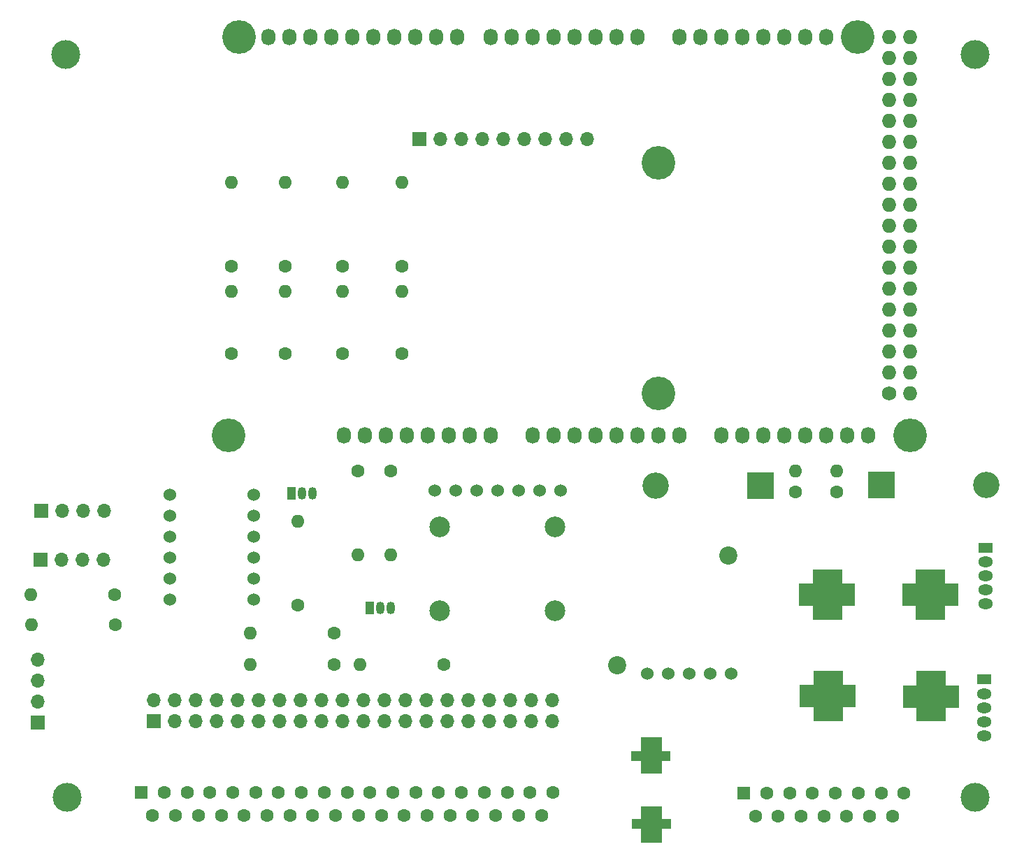
<source format=gbr>
G04 #@! TF.GenerationSoftware,KiCad,Pcbnew,(5.1.5)-3*
G04 #@! TF.CreationDate,2020-03-31T15:59:09-04:00*
G04 #@! TF.ProjectId,Deck_Plate_PCB,4465636b-5f50-46c6-9174-655f5043422e,A*
G04 #@! TF.SameCoordinates,Original*
G04 #@! TF.FileFunction,Soldermask,Top*
G04 #@! TF.FilePolarity,Negative*
%FSLAX46Y46*%
G04 Gerber Fmt 4.6, Leading zero omitted, Abs format (unit mm)*
G04 Created by KiCad (PCBNEW (5.1.5)-3) date 2020-03-31 15:59:09*
%MOMM*%
%LPD*%
G04 APERTURE LIST*
%ADD10C,2.500000*%
%ADD11C,2.200000*%
%ADD12O,1.600000X1.600000*%
%ADD13C,1.600000*%
%ADD14O,1.700000X1.700000*%
%ADD15R,1.700000X1.700000*%
%ADD16O,3.200000X3.200000*%
%ADD17R,3.200000X3.200000*%
%ADD18C,3.500000*%
%ADD19R,1.600000X1.600000*%
%ADD20R,4.700000X1.300000*%
%ADD21R,2.500000X4.400000*%
%ADD22R,3.600000X6.200000*%
%ADD23R,6.800000X2.800000*%
%ADD24O,1.800000X1.275000*%
%ADD25R,1.800000X1.275000*%
%ADD26R,1.050000X1.500000*%
%ADD27O,1.050000X1.500000*%
%ADD28C,1.524000*%
%ADD29C,1.727200*%
%ADD30O,1.727200X1.727200*%
%ADD31O,1.727200X2.032000*%
%ADD32C,4.064000*%
G04 APERTURE END LIST*
D10*
X145130000Y-108280000D03*
X131120000Y-108290000D03*
X131110000Y-118440000D03*
D11*
X166090000Y-111739200D03*
X152628600Y-124993400D03*
D10*
X145140000Y-118450000D03*
D12*
X125196600Y-111658400D03*
D13*
X125196600Y-101498400D03*
D12*
X126550000Y-66500000D03*
D13*
X126550000Y-76660000D03*
D12*
X105890000Y-66530000D03*
D13*
X105890000Y-76690000D03*
D12*
X112400000Y-66530000D03*
D13*
X112400000Y-76690000D03*
D12*
X126580000Y-79740000D03*
D13*
X126580000Y-87240000D03*
D12*
X105910000Y-79730000D03*
D13*
X105910000Y-87230000D03*
D12*
X112420000Y-79760000D03*
D13*
X112420000Y-87260000D03*
D14*
X144754600Y-129235200D03*
X144754600Y-131775200D03*
X142214600Y-129235200D03*
X142214600Y-131775200D03*
X139674600Y-129235200D03*
X139674600Y-131775200D03*
X137134600Y-129235200D03*
X137134600Y-131775200D03*
X134594600Y-129235200D03*
X134594600Y-131775200D03*
X132054600Y-129235200D03*
X132054600Y-131775200D03*
X129514600Y-129235200D03*
X129514600Y-131775200D03*
X126974600Y-129235200D03*
X126974600Y-131775200D03*
X124434600Y-129235200D03*
X124434600Y-131775200D03*
X121894600Y-129235200D03*
X121894600Y-131775200D03*
X119354600Y-129235200D03*
X119354600Y-131775200D03*
X116814600Y-129235200D03*
X116814600Y-131775200D03*
X114274600Y-129235200D03*
X114274600Y-131775200D03*
X111734600Y-129235200D03*
X111734600Y-131775200D03*
X109194600Y-129235200D03*
X109194600Y-131775200D03*
X106654600Y-129235200D03*
X106654600Y-131775200D03*
X104114600Y-129235200D03*
X104114600Y-131775200D03*
X101574600Y-129235200D03*
X101574600Y-131775200D03*
X99034600Y-129235200D03*
X99034600Y-131775200D03*
X96494600Y-129235200D03*
D15*
X96494600Y-131775200D03*
D12*
X119380000Y-66510000D03*
D13*
X119380000Y-76670000D03*
D12*
X119350000Y-79760000D03*
D13*
X119350000Y-87260000D03*
D14*
X82423000Y-124302520D03*
X82423000Y-126842520D03*
X82423000Y-129382520D03*
D15*
X82423000Y-131922520D03*
D16*
X157302200Y-103225600D03*
D17*
X170002200Y-103225600D03*
D16*
X197358000Y-103174800D03*
D17*
X184658000Y-103174800D03*
D14*
X148971000Y-61264800D03*
X146431000Y-61264800D03*
X143891000Y-61264800D03*
X141351000Y-61264800D03*
X138811000Y-61264800D03*
X136271000Y-61264800D03*
X133731000Y-61264800D03*
X131191000Y-61264800D03*
D15*
X128651000Y-61264800D03*
D14*
X90424000Y-112247680D03*
X87884000Y-112247680D03*
X85344000Y-112247680D03*
D15*
X82804000Y-112247680D03*
D12*
X81686400Y-120103900D03*
D13*
X91846400Y-120103900D03*
D12*
X81640680Y-116423440D03*
D13*
X91800680Y-116423440D03*
D14*
X90474800Y-106273600D03*
X87934800Y-106273600D03*
X85394800Y-106273600D03*
D15*
X82854800Y-106273600D03*
D18*
X195961000Y-141020800D03*
X195961000Y-50977800D03*
X85979000Y-141020800D03*
X85852000Y-50977800D03*
D19*
X167995600Y-140487400D03*
D13*
X170765600Y-140487400D03*
X173535600Y-140487400D03*
X176305600Y-140487400D03*
X179075600Y-140487400D03*
X181845600Y-140487400D03*
X184615600Y-140487400D03*
X187385600Y-140487400D03*
X169380600Y-143327400D03*
X172150600Y-143327400D03*
X174920600Y-143327400D03*
X177690600Y-143327400D03*
X180460600Y-143327400D03*
X183230600Y-143327400D03*
X186000600Y-143327400D03*
D19*
X94996000Y-140411200D03*
D13*
X97766000Y-140411200D03*
X100536000Y-140411200D03*
X103306000Y-140411200D03*
X106076000Y-140411200D03*
X108846000Y-140411200D03*
X111616000Y-140411200D03*
X114386000Y-140411200D03*
X117156000Y-140411200D03*
X119926000Y-140411200D03*
X122696000Y-140411200D03*
X125466000Y-140411200D03*
X128236000Y-140411200D03*
X131006000Y-140411200D03*
X133776000Y-140411200D03*
X136546000Y-140411200D03*
X139316000Y-140411200D03*
X142086000Y-140411200D03*
X144856000Y-140411200D03*
X96381000Y-143251200D03*
X99151000Y-143251200D03*
X101921000Y-143251200D03*
X104691000Y-143251200D03*
X107461000Y-143251200D03*
X110231000Y-143251200D03*
X113001000Y-143251200D03*
X115771000Y-143251200D03*
X118541000Y-143251200D03*
X121311000Y-143251200D03*
X124081000Y-143251200D03*
X126851000Y-143251200D03*
X129621000Y-143251200D03*
X132391000Y-143251200D03*
X135161000Y-143251200D03*
X137931000Y-143251200D03*
X140701000Y-143251200D03*
X143471000Y-143251200D03*
D12*
X108229400Y-124917200D03*
D13*
X118389400Y-124917200D03*
D12*
X108204000Y-121107200D03*
D13*
X118364000Y-121107200D03*
D12*
X121462800Y-124917200D03*
D13*
X131622800Y-124917200D03*
D12*
X121259600Y-111633000D03*
D13*
X121259600Y-101473000D03*
D12*
X113969800Y-107594400D03*
D13*
X113969800Y-117754400D03*
D12*
X174269400Y-101473000D03*
D13*
X174269400Y-104013000D03*
D12*
X179197000Y-101498400D03*
D13*
X179197000Y-104038400D03*
D20*
X156718000Y-136042400D03*
X156794200Y-144272000D03*
D21*
X156756100Y-135978900D03*
X156756100Y-144284700D03*
D22*
X178181000Y-128778000D03*
X190627000Y-128752600D03*
D23*
X178117500Y-128739900D03*
X190639700Y-128790700D03*
D22*
X178130200Y-116484400D03*
X190576200Y-116459000D03*
D23*
X178066700Y-116446300D03*
X190588900Y-116497100D03*
D24*
X197104000Y-133546000D03*
X197104000Y-131846000D03*
X197104000Y-130146000D03*
X197104000Y-128446000D03*
D25*
X197104000Y-126746000D03*
D26*
X122707400Y-118033800D03*
D27*
X125247400Y-118033800D03*
X123977400Y-118033800D03*
D26*
X113182400Y-104165400D03*
D27*
X115722400Y-104165400D03*
X114452400Y-104165400D03*
D28*
X130530600Y-103835200D03*
X133070600Y-103835200D03*
X135610600Y-103835200D03*
X138150600Y-103835200D03*
X140690600Y-103835200D03*
X143230600Y-103835200D03*
X145770600Y-103835200D03*
X98475800Y-117068600D03*
X98475800Y-114528600D03*
X98475800Y-111988600D03*
X98475800Y-109448600D03*
X98475800Y-106908600D03*
X98475800Y-104368600D03*
X108635800Y-117068600D03*
X108635800Y-114528600D03*
X108635800Y-111988600D03*
X108635800Y-109448600D03*
X108635800Y-106908600D03*
X108635800Y-104368600D03*
D24*
X197281800Y-117594800D03*
X197281800Y-115894800D03*
X197281800Y-114194800D03*
X197281800Y-112494800D03*
D25*
X197281800Y-110794800D03*
D28*
X156260800Y-126009400D03*
X158800800Y-126009400D03*
X161340800Y-126009400D03*
X163880800Y-126009400D03*
X166420800Y-126009400D03*
D29*
X185572400Y-92075000D03*
D30*
X188112400Y-92075000D03*
X185572400Y-89535000D03*
X188112400Y-89535000D03*
X185572400Y-86995000D03*
X188112400Y-86995000D03*
X185572400Y-84455000D03*
X188112400Y-84455000D03*
X185572400Y-81915000D03*
X188112400Y-81915000D03*
X185572400Y-79375000D03*
X188112400Y-79375000D03*
X185572400Y-76835000D03*
X188112400Y-76835000D03*
X185572400Y-74295000D03*
X188112400Y-74295000D03*
X185572400Y-71755000D03*
X188112400Y-71755000D03*
X185572400Y-69215000D03*
X188112400Y-69215000D03*
X185572400Y-66675000D03*
X188112400Y-66675000D03*
X185572400Y-64135000D03*
X188112400Y-64135000D03*
X185572400Y-61595000D03*
X188112400Y-61595000D03*
X185572400Y-59055000D03*
X188112400Y-59055000D03*
X185572400Y-56515000D03*
X188112400Y-56515000D03*
X185572400Y-53975000D03*
X188112400Y-53975000D03*
X185572400Y-51435000D03*
X188112400Y-51435000D03*
X185572400Y-48895000D03*
X188112400Y-48895000D03*
D31*
X119532400Y-97155000D03*
X122072400Y-97155000D03*
X124612400Y-97155000D03*
X127152400Y-97155000D03*
X129692400Y-97155000D03*
X132232400Y-97155000D03*
X134772400Y-97155000D03*
X137312400Y-97155000D03*
X142392400Y-97155000D03*
X144932400Y-97155000D03*
X147472400Y-97155000D03*
X150012400Y-97155000D03*
X152552400Y-97155000D03*
X155092400Y-97155000D03*
X157632400Y-97155000D03*
X160172400Y-97155000D03*
X165252400Y-97155000D03*
X167792400Y-97155000D03*
X170332400Y-97155000D03*
X172872400Y-97155000D03*
X175412400Y-97155000D03*
X177952400Y-97155000D03*
X180492400Y-97155000D03*
X183032400Y-97155000D03*
X110388400Y-48895000D03*
X112928400Y-48895000D03*
X115468400Y-48895000D03*
X118008400Y-48895000D03*
X120548400Y-48895000D03*
X123088400Y-48895000D03*
X125628400Y-48895000D03*
X128168400Y-48895000D03*
X130708400Y-48895000D03*
X133248400Y-48895000D03*
X137312400Y-48895000D03*
X139852400Y-48895000D03*
X142392400Y-48895000D03*
X144932400Y-48895000D03*
X147472400Y-48895000D03*
X150012400Y-48895000D03*
X152552400Y-48895000D03*
X155092400Y-48895000D03*
X160172400Y-48895000D03*
X162712400Y-48895000D03*
X165252400Y-48895000D03*
X167792400Y-48895000D03*
X170332400Y-48895000D03*
X172872400Y-48895000D03*
X175412400Y-48895000D03*
X177952400Y-48895000D03*
D32*
X105562400Y-97155000D03*
X157632400Y-92075000D03*
X188112400Y-97155000D03*
X106832400Y-48895000D03*
X157632400Y-64135000D03*
X181762400Y-48895000D03*
M02*

</source>
